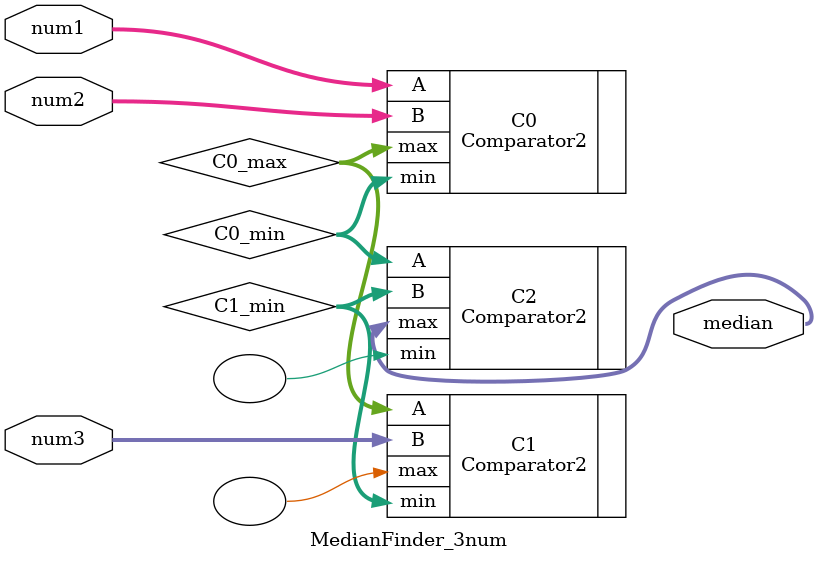
<source format=v>
`include "Comparator2.v"

module MedianFinder_3num(
    input  [3:0]    num1    , 
    input  [3:0]    num2    , 
    input  [3:0]    num3    ,  
    output [3:0]    median  
);

///////////////////////////////
//	Write Your Design Here ~ //
///////////////////////////////

wire [3:0] C0_min;
wire [3:0] C0_max;
wire [3:0] C1_min;


Comparator2 C0(
    .A(num1),
    .B(num2),
    .min(C0_min),
    .max(C0_max)
);

Comparator2 C1(
    .A(C0_max),
    .B(num3),
    .min(C1_min),
    .max()
);

Comparator2 C2(
    .A(C0_min),
    .B(C1_min),
    .min(),
    .max(median)
);

endmodule

</source>
